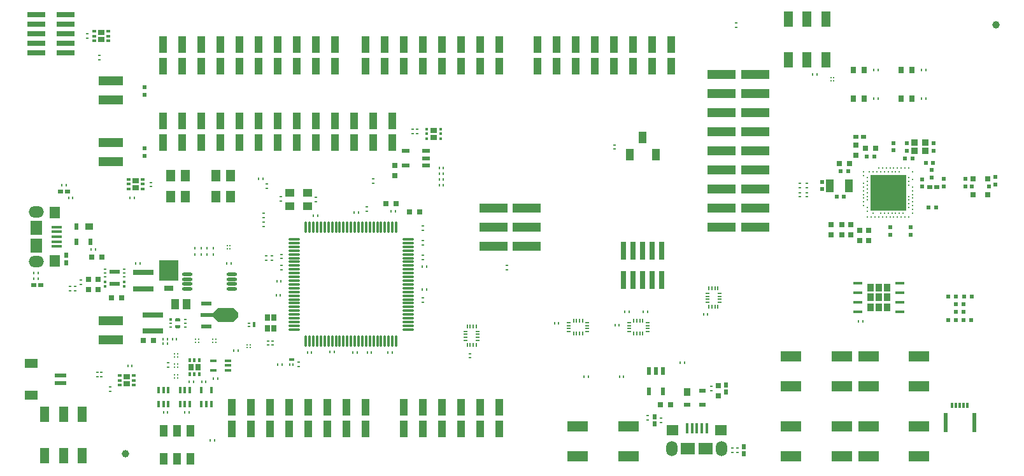
<source format=gtp>
G04*
G04 #@! TF.GenerationSoftware,Altium Limited,Altium Designer,19.0.15 (446)*
G04*
G04 Layer_Color=8421504*
%FSLAX24Y24*%
%MOIN*%
G70*
G01*
G75*
%ADD33O,0.0787X0.0591*%
%ADD34O,0.0591X0.0787*%
%ADD35R,0.0138X0.0118*%
%ADD36R,0.0138X0.0098*%
%ADD37R,0.0551X0.0197*%
%ADD38R,0.0315X0.0118*%
%ADD39R,0.0197X0.0148*%
%ADD40R,0.0138X0.0138*%
%ADD41R,0.0138X0.0098*%
%ADD42R,0.0366X0.0445*%
%ADD43R,0.0402X0.0862*%
%ADD44R,0.0106X0.0118*%
%ADD45R,0.0177X0.0165*%
%ADD46R,0.0362X0.0280*%
%ADD47R,0.0118X0.0106*%
%ADD48R,0.0315X0.0295*%
%ADD49R,0.0394X0.0236*%
%ADD50R,0.0138X0.0354*%
%ADD51R,0.0165X0.0217*%
%ADD52R,0.0280X0.0362*%
%ADD53R,0.0217X0.0165*%
%ADD54R,0.0472X0.0433*%
%ADD55R,0.0295X0.0315*%
%ADD56R,0.0197X0.0256*%
%ADD57R,0.0138X0.0059*%
%ADD58R,0.0108X0.0118*%
%ADD59R,0.0138X0.0098*%
%ADD60R,0.0138X0.0059*%
%ADD61R,0.0551X0.0236*%
%ADD62R,0.0669X0.0236*%
%ADD63R,0.0236X0.0197*%
%ADD64O,0.0650X0.0118*%
%ADD65O,0.0118X0.0650*%
%ADD66R,0.1063X0.0315*%
%ADD67R,0.0197X0.0236*%
%ADD68R,0.0433X0.0551*%
%ADD69R,0.0335X0.0394*%
%ADD70R,0.0335X0.0236*%
%ADD71R,0.0394X0.0335*%
%ADD72R,0.0236X0.0335*%
%ADD73R,0.0098X0.0142*%
%ADD74R,0.1000X0.1051*%
%ADD75R,0.0500X0.0300*%
%ADD76R,0.0256X0.0197*%
%ADD77C,0.0394*%
%ADD78R,0.0228X0.0197*%
%ADD79R,0.0315X0.0295*%
%ADD80R,0.0551X0.0630*%
%ADD81R,0.0610X0.0748*%
%ADD82R,0.0531X0.0157*%
%ADD83R,0.0630X0.0551*%
%ADD84R,0.0748X0.0610*%
%ADD85R,0.0157X0.0531*%
%ADD86R,0.0236X0.1024*%
%ADD87R,0.0118X0.0315*%
%ADD88R,0.0610X0.0236*%
%ADD89R,0.0709X0.0472*%
%ADD90R,0.0300X0.0320*%
%ADD91R,0.0256X0.0335*%
%ADD92R,0.1500X0.0500*%
%ADD93R,0.0299X0.0945*%
%ADD94R,0.0945X0.0299*%
%ADD95R,0.1252X0.0500*%
%ADD96R,0.0157X0.0276*%
%ADD97R,0.0157X0.0098*%
%ADD98R,0.0276X0.0157*%
%ADD99R,0.0098X0.0157*%
%ADD100R,0.0236X0.0217*%
%ADD101R,0.0217X0.0236*%
%ADD102R,0.1083X0.0551*%
%ADD103R,0.0472X0.0787*%
%ADD104R,0.0394X0.0630*%
%ADD105R,0.0472X0.0630*%
%ADD106C,0.0118*%
%ADD107R,0.1909X0.1909*%
%ADD108R,0.0453X0.0177*%
%ADD109C,0.0087*%
%ADD110O,0.0240X0.0071*%
%ADD111O,0.0071X0.0240*%
%ADD112O,0.0551X0.0177*%
%ADD113R,0.0354X0.0138*%
%ADD114R,0.0236X0.0394*%
%ADD115R,0.0374X0.0335*%
%ADD116R,0.0394X0.0709*%
G36*
X11334Y8518D02*
Y8282D01*
X11078Y8026D01*
X10291D01*
X10035Y8282D01*
Y8518D01*
X10291Y8774D01*
X11078D01*
X11334Y8518D01*
D02*
G37*
D33*
X765Y11201D02*
D03*
Y13799D02*
D03*
D34*
X36626Y1400D02*
D03*
X34027D02*
D03*
D35*
X4360Y9887D02*
D03*
Y10143D02*
D03*
X5360D02*
D03*
Y9887D02*
D03*
D36*
X5360Y10399D02*
D03*
Y10596D02*
D03*
Y10793D02*
D03*
X4360D02*
D03*
Y10596D02*
D03*
Y10399D02*
D03*
D37*
X4860Y10025D02*
D03*
Y10655D02*
D03*
D38*
X8160Y8137D02*
D03*
X8160Y7783D02*
D03*
D39*
X8160Y8162D02*
D03*
Y7758D02*
D03*
D40*
X7776Y8177D02*
D03*
D41*
Y7960D02*
D03*
Y7763D02*
D03*
X8544D02*
D03*
Y7960D02*
D03*
Y8157D02*
D03*
D42*
X44405Y9844D02*
D03*
Y9320D02*
D03*
Y8796D02*
D03*
X44850Y9844D02*
D03*
Y9320D02*
D03*
Y8796D02*
D03*
X45295Y9844D02*
D03*
Y9320D02*
D03*
Y8796D02*
D03*
D43*
X19400Y18577D02*
D03*
Y17423D02*
D03*
X18400Y18577D02*
D03*
Y17423D02*
D03*
X17400Y18577D02*
D03*
Y17423D02*
D03*
X13400Y18577D02*
D03*
Y17423D02*
D03*
X14400Y18577D02*
D03*
Y17423D02*
D03*
X8400Y18577D02*
D03*
Y17423D02*
D03*
X9400D02*
D03*
Y18577D02*
D03*
X10400Y17423D02*
D03*
Y18577D02*
D03*
X12400Y17423D02*
D03*
Y18577D02*
D03*
X11400Y17423D02*
D03*
Y18577D02*
D03*
X7400D02*
D03*
Y17423D02*
D03*
X16400D02*
D03*
Y18577D02*
D03*
X15400Y17423D02*
D03*
Y18577D02*
D03*
X13000Y2423D02*
D03*
X17000D02*
D03*
X13000Y3577D02*
D03*
X17000D02*
D03*
X12000Y2423D02*
D03*
X11000D02*
D03*
X16000D02*
D03*
X15000D02*
D03*
X18000D02*
D03*
X12000Y3577D02*
D03*
X11000D02*
D03*
X16000Y3577D02*
D03*
X15000Y3577D02*
D03*
X18000D02*
D03*
X14000Y2423D02*
D03*
Y3577D02*
D03*
X22000Y2423D02*
D03*
Y3577D02*
D03*
X20000Y2423D02*
D03*
X21000D02*
D03*
X24000D02*
D03*
X25000D02*
D03*
X20000Y3577D02*
D03*
X21000D02*
D03*
X24000D02*
D03*
X25000D02*
D03*
X23000Y2423D02*
D03*
X23000Y3577D02*
D03*
X23000Y22577D02*
D03*
X19000D02*
D03*
X23000Y21423D02*
D03*
X19000D02*
D03*
X24000Y22577D02*
D03*
X25000D02*
D03*
X20000D02*
D03*
X21000D02*
D03*
X18000D02*
D03*
X24000Y21423D02*
D03*
X25000D02*
D03*
X20000Y21423D02*
D03*
X21000Y21423D02*
D03*
X18000D02*
D03*
X22000Y22577D02*
D03*
Y21423D02*
D03*
X14400Y22577D02*
D03*
X10400D02*
D03*
X14400Y21423D02*
D03*
X10400Y21423D02*
D03*
X16400Y22577D02*
D03*
X15400D02*
D03*
X12400D02*
D03*
X11400D02*
D03*
X9400D02*
D03*
X8400D02*
D03*
X16400Y21423D02*
D03*
X15400D02*
D03*
X12400D02*
D03*
X11400D02*
D03*
X9400D02*
D03*
X8400Y21423D02*
D03*
X13400Y22577D02*
D03*
X7400D02*
D03*
X13400Y21423D02*
D03*
X7400D02*
D03*
X32000Y22577D02*
D03*
X28000D02*
D03*
X32000Y21423D02*
D03*
X28000D02*
D03*
X33000Y22577D02*
D03*
X34000D02*
D03*
X29000D02*
D03*
X30000D02*
D03*
X27000D02*
D03*
X33000Y21423D02*
D03*
X34000D02*
D03*
X29000Y21423D02*
D03*
X30000Y21423D02*
D03*
X27000D02*
D03*
X31000Y22577D02*
D03*
Y21423D02*
D03*
D44*
X22062Y15500D02*
D03*
X21838D02*
D03*
X22062Y15800D02*
D03*
X21838D02*
D03*
X22062Y15200D02*
D03*
X21838D02*
D03*
X22062Y16100D02*
D03*
X21838D02*
D03*
X12388Y15520D02*
D03*
X12612D02*
D03*
X34672Y5890D02*
D03*
X34448D02*
D03*
X31772Y8560D02*
D03*
X31548D02*
D03*
X32528D02*
D03*
X32752D02*
D03*
X13398Y5810D02*
D03*
X13622D02*
D03*
X10092Y1820D02*
D03*
X9868D02*
D03*
X11312Y6540D02*
D03*
X11088D02*
D03*
X5762Y5730D02*
D03*
X5538D02*
D03*
X7878Y7120D02*
D03*
X8102D02*
D03*
X7388Y7120D02*
D03*
X7612D02*
D03*
X616Y10590D02*
D03*
X841D02*
D03*
X31502Y5150D02*
D03*
X31278D02*
D03*
X47311Y19727D02*
D03*
X47086D02*
D03*
X44821D02*
D03*
X44596D02*
D03*
X29428Y5150D02*
D03*
X29652D02*
D03*
X47311Y21227D02*
D03*
X47086D02*
D03*
X44821D02*
D03*
X44596D02*
D03*
X5872Y14540D02*
D03*
X5648D02*
D03*
X20958Y10920D02*
D03*
X21182D02*
D03*
X18302Y6440D02*
D03*
X18078D02*
D03*
X17318D02*
D03*
X17542D02*
D03*
X41398Y20990D02*
D03*
X41622D02*
D03*
X8528Y3310D02*
D03*
X8752D02*
D03*
X10028Y5070D02*
D03*
X10252D02*
D03*
X9408Y4890D02*
D03*
X9632D02*
D03*
X7408Y3310D02*
D03*
X7632D02*
D03*
X7398Y6900D02*
D03*
X7622D02*
D03*
X10952Y11100D02*
D03*
X10728D02*
D03*
X5958D02*
D03*
X6182D02*
D03*
X2084Y15197D02*
D03*
X2308D02*
D03*
X616Y10310D02*
D03*
X841D02*
D03*
X3634Y11840D02*
D03*
X3858D02*
D03*
X2662Y14520D02*
D03*
X2438D02*
D03*
X35902Y8430D02*
D03*
X35678D02*
D03*
X43788Y8050D02*
D03*
X44012D02*
D03*
X31262Y7860D02*
D03*
X31038D02*
D03*
X28102Y7950D02*
D03*
X27878D02*
D03*
X20958Y9740D02*
D03*
X21182D02*
D03*
X19548Y13830D02*
D03*
X19324D02*
D03*
X19148Y6430D02*
D03*
X19372D02*
D03*
X17608Y13750D02*
D03*
X17384D02*
D03*
X16352Y6450D02*
D03*
X16128D02*
D03*
X15488Y13580D02*
D03*
X15264D02*
D03*
X14944Y6440D02*
D03*
X15168D02*
D03*
X13304Y9420D02*
D03*
X13528D02*
D03*
X13568Y10150D02*
D03*
X13344D02*
D03*
X8972Y4890D02*
D03*
X8748D02*
D03*
D45*
X21910Y18136D02*
D03*
Y17880D02*
D03*
Y17624D02*
D03*
X21197Y18136D02*
D03*
Y17880D02*
D03*
Y17624D02*
D03*
D46*
X21553Y18067D02*
D03*
Y17693D02*
D03*
X5480Y5157D02*
D03*
Y4783D02*
D03*
X5950Y15437D02*
D03*
Y15063D02*
D03*
X4160Y22823D02*
D03*
Y23197D02*
D03*
D47*
X20683Y18132D02*
D03*
Y17908D02*
D03*
X20460Y18132D02*
D03*
Y17908D02*
D03*
X18400Y15535D02*
D03*
Y15311D02*
D03*
X40710Y15302D02*
D03*
Y15078D02*
D03*
X41070Y15078D02*
D03*
Y15302D02*
D03*
X40710Y14812D02*
D03*
Y14588D02*
D03*
X41070Y14812D02*
D03*
Y14588D02*
D03*
X14500Y5922D02*
D03*
Y5698D02*
D03*
X4630Y4632D02*
D03*
Y4408D02*
D03*
X12830Y15252D02*
D03*
Y15028D02*
D03*
X3939Y5382D02*
D03*
Y5158D02*
D03*
X4149D02*
D03*
Y5382D02*
D03*
X3090Y9998D02*
D03*
Y10222D02*
D03*
X2800Y9668D02*
D03*
Y9892D02*
D03*
X25400Y10758D02*
D03*
Y10982D02*
D03*
X21000Y12838D02*
D03*
Y13062D02*
D03*
X37173Y1433D02*
D03*
Y1209D02*
D03*
X12660Y13269D02*
D03*
Y13045D02*
D03*
X12660Y13507D02*
D03*
Y13732D02*
D03*
X6740Y15342D02*
D03*
Y15118D02*
D03*
X4050Y22002D02*
D03*
Y21778D02*
D03*
X37400Y23478D02*
D03*
Y23702D02*
D03*
X13076Y11502D02*
D03*
Y11278D02*
D03*
X3410Y22898D02*
D03*
Y23122D02*
D03*
X13133Y6818D02*
D03*
Y7042D02*
D03*
X12899Y6818D02*
D03*
Y7042D02*
D03*
X31020Y17312D02*
D03*
Y17088D02*
D03*
X2520Y9678D02*
D03*
Y9902D02*
D03*
X32765Y3137D02*
D03*
Y2913D02*
D03*
X37443Y1433D02*
D03*
Y1209D02*
D03*
X36076Y4428D02*
D03*
Y4653D02*
D03*
X33463Y2778D02*
D03*
Y3003D02*
D03*
X23460Y6372D02*
D03*
Y6148D02*
D03*
X21000Y12068D02*
D03*
Y12292D02*
D03*
Y11298D02*
D03*
Y11522D02*
D03*
Y9058D02*
D03*
Y9282D02*
D03*
X18056Y13828D02*
D03*
Y14052D02*
D03*
X15386Y14328D02*
D03*
Y14552D02*
D03*
X13566Y14582D02*
D03*
Y14358D02*
D03*
X13596Y11572D02*
D03*
Y11348D02*
D03*
X12796Y11502D02*
D03*
Y11278D02*
D03*
X13596Y10992D02*
D03*
Y10768D02*
D03*
X7650Y5678D02*
D03*
Y5902D02*
D03*
D48*
X19530Y16226D02*
D03*
Y15694D02*
D03*
X42367Y12595D02*
D03*
Y13127D02*
D03*
X42919Y12595D02*
D03*
Y13127D02*
D03*
X43844Y12310D02*
D03*
Y12841D02*
D03*
X36466Y4175D02*
D03*
Y4706D02*
D03*
X3970Y9724D02*
D03*
Y10256D02*
D03*
X3500Y9724D02*
D03*
Y10256D02*
D03*
X43667Y17300D02*
D03*
Y16769D02*
D03*
X43381Y12595D02*
D03*
Y13127D02*
D03*
X44307Y12310D02*
D03*
Y12841D02*
D03*
D49*
X21161Y16984D02*
D03*
Y16610D02*
D03*
Y16236D02*
D03*
X20099Y16984D02*
D03*
Y16236D02*
D03*
D50*
X8786Y3726D02*
D03*
X8530D02*
D03*
X8274D02*
D03*
Y4474D02*
D03*
X8530D02*
D03*
X8786D02*
D03*
X7666Y3726D02*
D03*
X7410D02*
D03*
X7154D02*
D03*
Y4474D02*
D03*
X7410D02*
D03*
X7666D02*
D03*
X9394Y4474D02*
D03*
X9906D02*
D03*
Y3726D02*
D03*
X9650D02*
D03*
X9394D02*
D03*
D51*
X9292Y6024D02*
D03*
X9036D02*
D03*
X8780D02*
D03*
Y5280D02*
D03*
X9036D02*
D03*
X9292D02*
D03*
D52*
X9223Y5652D02*
D03*
X8849D02*
D03*
D53*
X5108Y5226D02*
D03*
Y4970D02*
D03*
Y4714D02*
D03*
X5852D02*
D03*
Y4970D02*
D03*
Y5226D02*
D03*
X5578Y15506D02*
D03*
Y15250D02*
D03*
Y14994D02*
D03*
X6322D02*
D03*
Y15250D02*
D03*
Y15506D02*
D03*
X4532Y22754D02*
D03*
Y23010D02*
D03*
Y23266D02*
D03*
X3788D02*
D03*
Y23010D02*
D03*
Y22754D02*
D03*
D54*
X14946Y14109D02*
D03*
Y14811D02*
D03*
X14006Y14109D02*
D03*
Y14811D02*
D03*
D55*
X33434Y3700D02*
D03*
X33966D02*
D03*
X42791Y16317D02*
D03*
X43322D02*
D03*
X44149Y17119D02*
D03*
X44681D02*
D03*
X19592Y14230D02*
D03*
X19060D02*
D03*
X20284Y13810D02*
D03*
X20816D02*
D03*
X3660Y11440D02*
D03*
X4192D02*
D03*
X5226Y9280D02*
D03*
X4694D02*
D03*
X6886Y7070D02*
D03*
X6354D02*
D03*
D56*
X37773Y1134D02*
D03*
Y1508D02*
D03*
X33113Y3077D02*
D03*
Y2703D02*
D03*
X36856Y4737D02*
D03*
Y4363D02*
D03*
X2336Y11143D02*
D03*
Y11517D02*
D03*
D57*
X4360Y10793D02*
D03*
Y10596D02*
D03*
Y10399D02*
D03*
X5360D02*
D03*
Y10596D02*
D03*
Y10793D02*
D03*
D58*
X4360Y10143D02*
D03*
Y9887D02*
D03*
X5360D02*
D03*
Y10143D02*
D03*
D59*
X7776Y8177D02*
D03*
D60*
Y7960D02*
D03*
Y7763D02*
D03*
X8544D02*
D03*
Y7960D02*
D03*
Y8157D02*
D03*
D61*
X9641Y7809D02*
D03*
Y8991D02*
D03*
D62*
X9700Y8400D02*
D03*
D63*
X44607Y16710D02*
D03*
X44213D02*
D03*
X43238Y15927D02*
D03*
X42844D02*
D03*
X47466Y14023D02*
D03*
X47860D02*
D03*
X46216Y16601D02*
D03*
X46610D02*
D03*
X42637Y14587D02*
D03*
X43031D02*
D03*
X48877Y8137D02*
D03*
X48483D02*
D03*
X49697D02*
D03*
X49303D02*
D03*
X47308Y16355D02*
D03*
X47702D02*
D03*
D64*
X14244Y7638D02*
D03*
Y7835D02*
D03*
Y8031D02*
D03*
Y8228D02*
D03*
Y8425D02*
D03*
Y8622D02*
D03*
Y8819D02*
D03*
Y9016D02*
D03*
Y9213D02*
D03*
Y9409D02*
D03*
Y9606D02*
D03*
Y9803D02*
D03*
Y10000D02*
D03*
Y10197D02*
D03*
Y10394D02*
D03*
Y10591D02*
D03*
Y10787D02*
D03*
Y10984D02*
D03*
Y11181D02*
D03*
Y11378D02*
D03*
Y11575D02*
D03*
Y11772D02*
D03*
Y11968D02*
D03*
Y12165D02*
D03*
Y12362D02*
D03*
X20208D02*
D03*
Y12165D02*
D03*
Y11968D02*
D03*
Y11772D02*
D03*
Y11575D02*
D03*
Y11378D02*
D03*
Y11181D02*
D03*
Y10984D02*
D03*
Y10787D02*
D03*
Y10591D02*
D03*
Y10394D02*
D03*
Y10197D02*
D03*
Y10000D02*
D03*
Y9803D02*
D03*
Y9606D02*
D03*
Y9409D02*
D03*
Y9213D02*
D03*
Y9016D02*
D03*
Y8819D02*
D03*
Y8622D02*
D03*
Y8425D02*
D03*
Y8228D02*
D03*
Y8031D02*
D03*
Y7835D02*
D03*
Y7638D02*
D03*
D65*
X14864Y12982D02*
D03*
X15061D02*
D03*
X15258D02*
D03*
X15454D02*
D03*
X15651D02*
D03*
X15848D02*
D03*
X16045D02*
D03*
X16242D02*
D03*
X16439D02*
D03*
X16636D02*
D03*
X16832D02*
D03*
X17029D02*
D03*
X17226D02*
D03*
X17423D02*
D03*
X17620D02*
D03*
X17817D02*
D03*
X18013D02*
D03*
X18210D02*
D03*
X18407D02*
D03*
X18604D02*
D03*
X18801D02*
D03*
X18998D02*
D03*
X19195D02*
D03*
X19391D02*
D03*
X19588D02*
D03*
Y7018D02*
D03*
X19391D02*
D03*
X19195D02*
D03*
X18998D02*
D03*
X18801D02*
D03*
X18604D02*
D03*
X18407D02*
D03*
X18210D02*
D03*
X18013D02*
D03*
X17817D02*
D03*
X17620D02*
D03*
X17423D02*
D03*
X17226D02*
D03*
X17029D02*
D03*
X16832D02*
D03*
X16636D02*
D03*
X16439D02*
D03*
X16242D02*
D03*
X16045D02*
D03*
X15848D02*
D03*
X15651D02*
D03*
X15454D02*
D03*
X15258D02*
D03*
X15061D02*
D03*
X14864D02*
D03*
D66*
X6850Y7547D02*
D03*
Y8413D02*
D03*
X6340Y9777D02*
D03*
Y10643D02*
D03*
D67*
X47718Y17407D02*
D03*
Y17013D02*
D03*
X46318Y17013D02*
D03*
Y17407D02*
D03*
X45468Y12989D02*
D03*
Y12595D02*
D03*
X46531Y12989D02*
D03*
Y12595D02*
D03*
X45606Y17015D02*
D03*
Y17408D02*
D03*
X41884Y15374D02*
D03*
Y14980D02*
D03*
X50937Y15238D02*
D03*
Y15631D02*
D03*
X48256Y15133D02*
D03*
Y15527D02*
D03*
X47606Y16007D02*
D03*
Y15613D02*
D03*
X47132Y15115D02*
D03*
Y15509D02*
D03*
X49379Y15526D02*
D03*
Y15132D02*
D03*
D68*
X8015Y8970D02*
D03*
X8605D02*
D03*
D69*
X34804Y4366D02*
D03*
D70*
Y3697D02*
D03*
X35611D02*
D03*
Y4445D02*
D03*
D71*
X3521Y13034D02*
D03*
D72*
X2852D02*
D03*
Y12226D02*
D03*
X3600D02*
D03*
D73*
X9370Y11884D02*
D03*
Y11553D02*
D03*
X10010Y11884D02*
D03*
Y11553D02*
D03*
X9050Y11884D02*
D03*
Y11553D02*
D03*
X9690Y11884D02*
D03*
Y11553D02*
D03*
D74*
X7680Y10736D02*
D03*
D75*
Y9810D02*
D03*
D76*
X983Y9967D02*
D03*
X609D02*
D03*
X43667Y17714D02*
D03*
X44041D02*
D03*
X2012Y14856D02*
D03*
X2386D02*
D03*
X47505Y15112D02*
D03*
X47879Y15112D02*
D03*
D77*
X50973Y23600D02*
D03*
X5411Y1120D02*
D03*
D78*
X50623Y15115D02*
D03*
X49710D02*
D03*
D79*
X50541Y14711D02*
D03*
Y15518D02*
D03*
X49793D02*
D03*
Y14711D02*
D03*
D80*
X1730Y13760D02*
D03*
Y11240D02*
D03*
D81*
X765Y12028D02*
D03*
Y12972D02*
D03*
D82*
X1818Y11988D02*
D03*
Y12244D02*
D03*
Y13012D02*
D03*
Y12756D02*
D03*
Y12500D02*
D03*
D83*
X34067Y2365D02*
D03*
X36586D02*
D03*
D84*
X35799Y1400D02*
D03*
X34854D02*
D03*
D85*
X35838Y2454D02*
D03*
X35582D02*
D03*
X34815D02*
D03*
X35071D02*
D03*
X35326D02*
D03*
D86*
X49842Y2767D02*
D03*
X48346D02*
D03*
D87*
X49290Y3673D02*
D03*
X49094D02*
D03*
X48897D02*
D03*
X48700D02*
D03*
X49487D02*
D03*
D88*
X2010Y5227D02*
D03*
Y4833D02*
D03*
D89*
X484Y5857D02*
D03*
Y4203D02*
D03*
D90*
X44083Y21227D02*
D03*
X43533D02*
D03*
X46583D02*
D03*
X46033D02*
D03*
X44083Y19727D02*
D03*
X43533D02*
D03*
X46583D02*
D03*
X46033D02*
D03*
D91*
X12849Y8275D02*
D03*
Y7705D02*
D03*
X13183D02*
D03*
Y8275D02*
D03*
D92*
X24675Y14000D02*
D03*
X26425D02*
D03*
X24675Y13000D02*
D03*
X26425D02*
D03*
X24675Y12000D02*
D03*
X26425D02*
D03*
X38375Y13000D02*
D03*
X36625D02*
D03*
X38375Y15000D02*
D03*
X36625D02*
D03*
Y21000D02*
D03*
X38375D02*
D03*
X36625Y20000D02*
D03*
X38375D02*
D03*
X36625Y19000D02*
D03*
X38375D02*
D03*
X36625Y18000D02*
D03*
X38375D02*
D03*
X36625Y17000D02*
D03*
X38375D02*
D03*
X36625Y16000D02*
D03*
X38375D02*
D03*
X36625Y14000D02*
D03*
X38375D02*
D03*
D93*
X31500Y11768D02*
D03*
X32000D02*
D03*
X32500D02*
D03*
X33000D02*
D03*
X33500D02*
D03*
X31500Y10232D02*
D03*
X32000D02*
D03*
X32500D02*
D03*
X33000D02*
D03*
X33500D02*
D03*
D94*
X2298Y24140D02*
D03*
Y23640D02*
D03*
Y23140D02*
D03*
Y22640D02*
D03*
Y22140D02*
D03*
X762Y24140D02*
D03*
Y23640D02*
D03*
Y23140D02*
D03*
Y22640D02*
D03*
Y22140D02*
D03*
D95*
X4650Y7090D02*
D03*
Y8090D02*
D03*
Y16429D02*
D03*
Y17429D02*
D03*
Y19657D02*
D03*
Y20657D02*
D03*
D96*
X12148Y7890D02*
D03*
D97*
X11872Y7979D02*
D03*
Y7801D02*
D03*
D98*
X14110Y6058D02*
D03*
D99*
X14021Y5782D02*
D03*
X14199D02*
D03*
D100*
X48492Y9370D02*
D03*
X48885D02*
D03*
X49705D02*
D03*
X49312D02*
D03*
D101*
X48900Y8553D02*
D03*
Y8947D02*
D03*
X49290Y8553D02*
D03*
Y8947D02*
D03*
X6430Y16742D02*
D03*
Y17136D02*
D03*
Y19933D02*
D03*
Y20327D02*
D03*
D102*
X40267Y6232D02*
D03*
Y4657D02*
D03*
X42924Y6232D02*
D03*
Y4657D02*
D03*
X44307Y6232D02*
D03*
Y4657D02*
D03*
X46964Y6232D02*
D03*
Y4657D02*
D03*
X42924Y985D02*
D03*
Y2560D02*
D03*
X40267Y985D02*
D03*
Y2560D02*
D03*
X46964Y985D02*
D03*
Y2560D02*
D03*
X44307Y985D02*
D03*
Y2560D02*
D03*
X31759Y985D02*
D03*
Y2560D02*
D03*
X29101Y985D02*
D03*
Y2560D02*
D03*
D103*
X40106Y23913D02*
D03*
X42074D02*
D03*
X41090D02*
D03*
Y21747D02*
D03*
X42074D02*
D03*
X40106D02*
D03*
X3160Y1027D02*
D03*
X1192D02*
D03*
X2176D02*
D03*
Y3193D02*
D03*
X1192D02*
D03*
X3160D02*
D03*
D104*
X32500Y17703D02*
D03*
X31811Y16797D02*
D03*
X33189D02*
D03*
X8809Y2328D02*
D03*
X8120D02*
D03*
X7431D02*
D03*
Y872D02*
D03*
X8120D02*
D03*
X8809D02*
D03*
D105*
X10925Y15711D02*
D03*
X10137D02*
D03*
X8563D02*
D03*
X10925Y14609D02*
D03*
X10137D02*
D03*
X7775D02*
D03*
X8563D02*
D03*
X7775Y15711D02*
D03*
D106*
X46226Y16090D02*
D03*
X44848D02*
D03*
X45045D02*
D03*
X45242D02*
D03*
X45438D02*
D03*
X45635D02*
D03*
X45832D02*
D03*
X46029D02*
D03*
X46423D02*
D03*
X44060Y15893D02*
D03*
X44356D02*
D03*
X44553D02*
D03*
X44749D02*
D03*
X44946D02*
D03*
X45143D02*
D03*
X45340D02*
D03*
X45537D02*
D03*
X45734D02*
D03*
X45931D02*
D03*
X46620D02*
D03*
X46423Y15597D02*
D03*
X44060Y15696D02*
D03*
X44257Y15597D02*
D03*
X46620Y15499D02*
D03*
X44257Y15401D02*
D03*
X46423D02*
D03*
X44060Y15302D02*
D03*
X44257Y15204D02*
D03*
X46423D02*
D03*
X44060Y15105D02*
D03*
X46620D02*
D03*
X44257Y15007D02*
D03*
X44060Y14908D02*
D03*
X46620D02*
D03*
X44257Y14810D02*
D03*
X44060Y14712D02*
D03*
X46620D02*
D03*
X44257Y14613D02*
D03*
X46423D02*
D03*
X44060Y14515D02*
D03*
X46620D02*
D03*
X44257Y14416D02*
D03*
X46423D02*
D03*
X44060Y14318D02*
D03*
X46620D02*
D03*
X46423Y14219D02*
D03*
X44060Y14121D02*
D03*
X46620D02*
D03*
X44257Y14023D02*
D03*
X46423D02*
D03*
X46620Y13924D02*
D03*
X44257Y13826D02*
D03*
X44553Y13727D02*
D03*
X44946D02*
D03*
X45143D02*
D03*
X45340D02*
D03*
X45537D02*
D03*
X45734D02*
D03*
X45931D02*
D03*
X46127D02*
D03*
X46620D02*
D03*
X44257Y13530D02*
D03*
X44454D02*
D03*
X44651D02*
D03*
X44848D02*
D03*
X45045D02*
D03*
X45242D02*
D03*
X45438D02*
D03*
X45635D02*
D03*
X45832D02*
D03*
X46029D02*
D03*
X46226D02*
D03*
X46423D02*
D03*
D107*
X45340Y14810D02*
D03*
D108*
X43759Y10070D02*
D03*
Y9570D02*
D03*
Y9070D02*
D03*
Y8570D02*
D03*
X45941Y10070D02*
D03*
Y9570D02*
D03*
Y9070D02*
D03*
Y8570D02*
D03*
D109*
X42340Y20817D02*
D03*
X42497D02*
D03*
X42340Y20660D02*
D03*
X42497D02*
D03*
X8149Y6211D02*
D03*
X7991D02*
D03*
X8149Y6369D02*
D03*
X7991D02*
D03*
X8149Y5656D02*
D03*
X7991D02*
D03*
X8149Y5814D02*
D03*
X7991D02*
D03*
X8149Y5101D02*
D03*
X7991D02*
D03*
X8149Y5259D02*
D03*
X7991D02*
D03*
X9991Y7119D02*
D03*
X10149D02*
D03*
X9991Y6961D02*
D03*
X10149D02*
D03*
X9101Y7119D02*
D03*
X9259D02*
D03*
X9101Y6961D02*
D03*
X9259D02*
D03*
X11779Y6845D02*
D03*
X11937D02*
D03*
X11779Y6687D02*
D03*
X11937D02*
D03*
X10741Y11871D02*
D03*
Y12029D02*
D03*
X10899Y11871D02*
D03*
Y12029D02*
D03*
D110*
X28628Y7524D02*
D03*
Y7681D02*
D03*
Y7839D02*
D03*
Y7996D02*
D03*
X29592D02*
D03*
Y7839D02*
D03*
Y7681D02*
D03*
Y7524D02*
D03*
X23215Y7074D02*
D03*
Y7231D02*
D03*
Y7389D02*
D03*
Y7546D02*
D03*
X23865D02*
D03*
Y7389D02*
D03*
Y7231D02*
D03*
Y7074D02*
D03*
X31778Y7524D02*
D03*
Y7681D02*
D03*
Y7839D02*
D03*
Y7996D02*
D03*
X32742D02*
D03*
Y7839D02*
D03*
Y7681D02*
D03*
Y7524D02*
D03*
X35875Y9064D02*
D03*
Y9221D02*
D03*
Y9379D02*
D03*
Y9536D02*
D03*
X36525D02*
D03*
Y9379D02*
D03*
Y9221D02*
D03*
Y9064D02*
D03*
D111*
X28874Y8085D02*
D03*
X29031D02*
D03*
X29189D02*
D03*
X29346D02*
D03*
Y7435D02*
D03*
X29189D02*
D03*
X29031D02*
D03*
X28874D02*
D03*
X23776Y6828D02*
D03*
X23619D02*
D03*
X23461D02*
D03*
X23304D02*
D03*
Y7792D02*
D03*
X23461D02*
D03*
X23619D02*
D03*
X23776D02*
D03*
X32024Y8085D02*
D03*
X32181D02*
D03*
X32339D02*
D03*
X32496D02*
D03*
Y7435D02*
D03*
X32339D02*
D03*
X32181D02*
D03*
X32024D02*
D03*
X36436Y8818D02*
D03*
X36279D02*
D03*
X36121D02*
D03*
X35964D02*
D03*
Y9782D02*
D03*
X36121D02*
D03*
X36279D02*
D03*
X36436D02*
D03*
D112*
X8659Y10534D02*
D03*
Y10278D02*
D03*
Y10022D02*
D03*
Y9766D02*
D03*
X10981Y10534D02*
D03*
Y10278D02*
D03*
Y10022D02*
D03*
Y9766D02*
D03*
D113*
X10026Y5494D02*
D03*
Y6006D02*
D03*
X10774D02*
D03*
Y5750D02*
D03*
Y5494D02*
D03*
D114*
X33564Y5472D02*
D03*
X33190D02*
D03*
X32816D02*
D03*
Y4408D02*
D03*
X33564D02*
D03*
D115*
X46732Y16983D02*
D03*
Y17436D02*
D03*
X47303D02*
D03*
Y16983D02*
D03*
D116*
X43276Y15167D02*
D03*
X42292D02*
D03*
M02*

</source>
